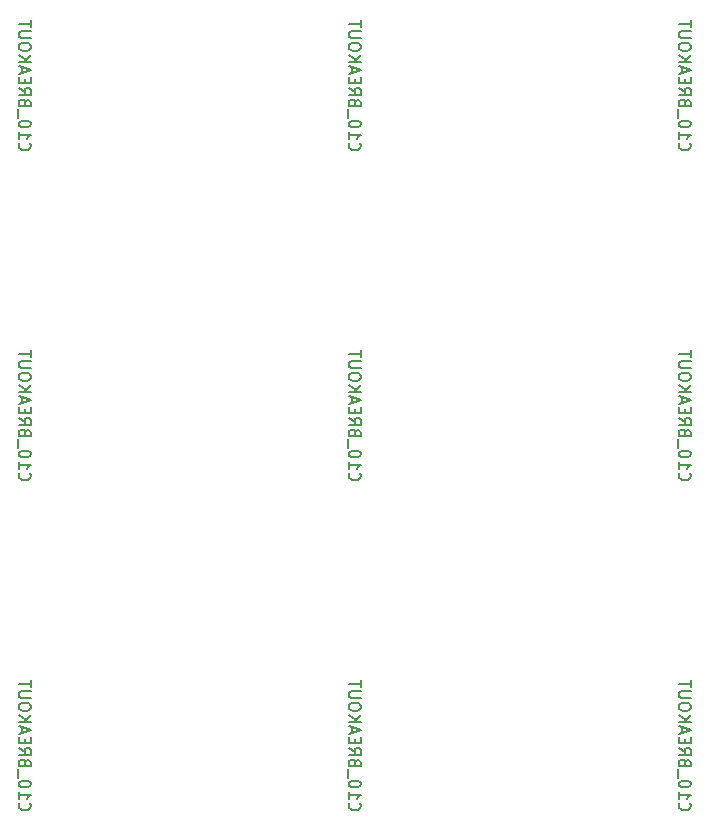
<source format=gbr>
G04 #@! TF.GenerationSoftware,KiCad,Pcbnew,5.1.5-52549c5~86~ubuntu18.04.1*
G04 #@! TF.CreationDate,2020-10-13T14:08:53-05:00*
G04 #@! TF.ProjectId,,58585858-5858-4585-9858-585858585858,rev?*
G04 #@! TF.SameCoordinates,Original*
G04 #@! TF.FileFunction,Legend,Bot*
G04 #@! TF.FilePolarity,Positive*
%FSLAX46Y46*%
G04 Gerber Fmt 4.6, Leading zero omitted, Abs format (unit mm)*
G04 Created by KiCad (PCBNEW 5.1.5-52549c5~86~ubuntu18.04.1) date 2020-10-13 14:08:53*
%MOMM*%
%LPD*%
G04 APERTURE LIST*
%ADD10C,0.150000*%
G04 APERTURE END LIST*
D10*
X139901657Y-132468333D02*
X139854038Y-132515952D01*
X139806419Y-132658809D01*
X139806419Y-132754047D01*
X139854038Y-132896904D01*
X139949276Y-132992142D01*
X140044514Y-133039761D01*
X140234990Y-133087380D01*
X140377847Y-133087380D01*
X140568323Y-133039761D01*
X140663561Y-132992142D01*
X140758800Y-132896904D01*
X140806419Y-132754047D01*
X140806419Y-132658809D01*
X140758800Y-132515952D01*
X140711180Y-132468333D01*
X139806419Y-131515952D02*
X139806419Y-132087380D01*
X139806419Y-131801666D02*
X140806419Y-131801666D01*
X140663561Y-131896904D01*
X140568323Y-131992142D01*
X140520704Y-132087380D01*
X140806419Y-130896904D02*
X140806419Y-130801666D01*
X140758800Y-130706428D01*
X140711180Y-130658809D01*
X140615942Y-130611190D01*
X140425466Y-130563571D01*
X140187371Y-130563571D01*
X139996895Y-130611190D01*
X139901657Y-130658809D01*
X139854038Y-130706428D01*
X139806419Y-130801666D01*
X139806419Y-130896904D01*
X139854038Y-130992142D01*
X139901657Y-131039761D01*
X139996895Y-131087380D01*
X140187371Y-131135000D01*
X140425466Y-131135000D01*
X140615942Y-131087380D01*
X140711180Y-131039761D01*
X140758800Y-130992142D01*
X140806419Y-130896904D01*
X139711180Y-130373095D02*
X139711180Y-129611190D01*
X140330228Y-129039761D02*
X140282609Y-128896904D01*
X140234990Y-128849285D01*
X140139752Y-128801666D01*
X139996895Y-128801666D01*
X139901657Y-128849285D01*
X139854038Y-128896904D01*
X139806419Y-128992142D01*
X139806419Y-129373095D01*
X140806419Y-129373095D01*
X140806419Y-129039761D01*
X140758800Y-128944523D01*
X140711180Y-128896904D01*
X140615942Y-128849285D01*
X140520704Y-128849285D01*
X140425466Y-128896904D01*
X140377847Y-128944523D01*
X140330228Y-129039761D01*
X140330228Y-129373095D01*
X139806419Y-127801666D02*
X140282609Y-128135000D01*
X139806419Y-128373095D02*
X140806419Y-128373095D01*
X140806419Y-127992142D01*
X140758800Y-127896904D01*
X140711180Y-127849285D01*
X140615942Y-127801666D01*
X140473085Y-127801666D01*
X140377847Y-127849285D01*
X140330228Y-127896904D01*
X140282609Y-127992142D01*
X140282609Y-128373095D01*
X140330228Y-127373095D02*
X140330228Y-127039761D01*
X139806419Y-126896904D02*
X139806419Y-127373095D01*
X140806419Y-127373095D01*
X140806419Y-126896904D01*
X140092133Y-126515952D02*
X140092133Y-126039761D01*
X139806419Y-126611190D02*
X140806419Y-126277857D01*
X139806419Y-125944523D01*
X139806419Y-125611190D02*
X140806419Y-125611190D01*
X139806419Y-125039761D02*
X140377847Y-125468333D01*
X140806419Y-125039761D02*
X140234990Y-125611190D01*
X140806419Y-124420714D02*
X140806419Y-124230238D01*
X140758800Y-124135000D01*
X140663561Y-124039761D01*
X140473085Y-123992142D01*
X140139752Y-123992142D01*
X139949276Y-124039761D01*
X139854038Y-124135000D01*
X139806419Y-124230238D01*
X139806419Y-124420714D01*
X139854038Y-124515952D01*
X139949276Y-124611190D01*
X140139752Y-124658809D01*
X140473085Y-124658809D01*
X140663561Y-124611190D01*
X140758800Y-124515952D01*
X140806419Y-124420714D01*
X140806419Y-123563571D02*
X139996895Y-123563571D01*
X139901657Y-123515952D01*
X139854038Y-123468333D01*
X139806419Y-123373095D01*
X139806419Y-123182619D01*
X139854038Y-123087380D01*
X139901657Y-123039761D01*
X139996895Y-122992142D01*
X140806419Y-122992142D01*
X140806419Y-122658809D02*
X140806419Y-122087380D01*
X139806419Y-122373095D02*
X140806419Y-122373095D01*
X111961657Y-132468333D02*
X111914038Y-132515952D01*
X111866419Y-132658809D01*
X111866419Y-132754047D01*
X111914038Y-132896904D01*
X112009276Y-132992142D01*
X112104514Y-133039761D01*
X112294990Y-133087380D01*
X112437847Y-133087380D01*
X112628323Y-133039761D01*
X112723561Y-132992142D01*
X112818800Y-132896904D01*
X112866419Y-132754047D01*
X112866419Y-132658809D01*
X112818800Y-132515952D01*
X112771180Y-132468333D01*
X111866419Y-131515952D02*
X111866419Y-132087380D01*
X111866419Y-131801666D02*
X112866419Y-131801666D01*
X112723561Y-131896904D01*
X112628323Y-131992142D01*
X112580704Y-132087380D01*
X112866419Y-130896904D02*
X112866419Y-130801666D01*
X112818800Y-130706428D01*
X112771180Y-130658809D01*
X112675942Y-130611190D01*
X112485466Y-130563571D01*
X112247371Y-130563571D01*
X112056895Y-130611190D01*
X111961657Y-130658809D01*
X111914038Y-130706428D01*
X111866419Y-130801666D01*
X111866419Y-130896904D01*
X111914038Y-130992142D01*
X111961657Y-131039761D01*
X112056895Y-131087380D01*
X112247371Y-131135000D01*
X112485466Y-131135000D01*
X112675942Y-131087380D01*
X112771180Y-131039761D01*
X112818800Y-130992142D01*
X112866419Y-130896904D01*
X111771180Y-130373095D02*
X111771180Y-129611190D01*
X112390228Y-129039761D02*
X112342609Y-128896904D01*
X112294990Y-128849285D01*
X112199752Y-128801666D01*
X112056895Y-128801666D01*
X111961657Y-128849285D01*
X111914038Y-128896904D01*
X111866419Y-128992142D01*
X111866419Y-129373095D01*
X112866419Y-129373095D01*
X112866419Y-129039761D01*
X112818800Y-128944523D01*
X112771180Y-128896904D01*
X112675942Y-128849285D01*
X112580704Y-128849285D01*
X112485466Y-128896904D01*
X112437847Y-128944523D01*
X112390228Y-129039761D01*
X112390228Y-129373095D01*
X111866419Y-127801666D02*
X112342609Y-128135000D01*
X111866419Y-128373095D02*
X112866419Y-128373095D01*
X112866419Y-127992142D01*
X112818800Y-127896904D01*
X112771180Y-127849285D01*
X112675942Y-127801666D01*
X112533085Y-127801666D01*
X112437847Y-127849285D01*
X112390228Y-127896904D01*
X112342609Y-127992142D01*
X112342609Y-128373095D01*
X112390228Y-127373095D02*
X112390228Y-127039761D01*
X111866419Y-126896904D02*
X111866419Y-127373095D01*
X112866419Y-127373095D01*
X112866419Y-126896904D01*
X112152133Y-126515952D02*
X112152133Y-126039761D01*
X111866419Y-126611190D02*
X112866419Y-126277857D01*
X111866419Y-125944523D01*
X111866419Y-125611190D02*
X112866419Y-125611190D01*
X111866419Y-125039761D02*
X112437847Y-125468333D01*
X112866419Y-125039761D02*
X112294990Y-125611190D01*
X112866419Y-124420714D02*
X112866419Y-124230238D01*
X112818800Y-124135000D01*
X112723561Y-124039761D01*
X112533085Y-123992142D01*
X112199752Y-123992142D01*
X112009276Y-124039761D01*
X111914038Y-124135000D01*
X111866419Y-124230238D01*
X111866419Y-124420714D01*
X111914038Y-124515952D01*
X112009276Y-124611190D01*
X112199752Y-124658809D01*
X112533085Y-124658809D01*
X112723561Y-124611190D01*
X112818800Y-124515952D01*
X112866419Y-124420714D01*
X112866419Y-123563571D02*
X112056895Y-123563571D01*
X111961657Y-123515952D01*
X111914038Y-123468333D01*
X111866419Y-123373095D01*
X111866419Y-123182619D01*
X111914038Y-123087380D01*
X111961657Y-123039761D01*
X112056895Y-122992142D01*
X112866419Y-122992142D01*
X112866419Y-122658809D02*
X112866419Y-122087380D01*
X111866419Y-122373095D02*
X112866419Y-122373095D01*
X84021657Y-132468333D02*
X83974038Y-132515952D01*
X83926419Y-132658809D01*
X83926419Y-132754047D01*
X83974038Y-132896904D01*
X84069276Y-132992142D01*
X84164514Y-133039761D01*
X84354990Y-133087380D01*
X84497847Y-133087380D01*
X84688323Y-133039761D01*
X84783561Y-132992142D01*
X84878800Y-132896904D01*
X84926419Y-132754047D01*
X84926419Y-132658809D01*
X84878800Y-132515952D01*
X84831180Y-132468333D01*
X83926419Y-131515952D02*
X83926419Y-132087380D01*
X83926419Y-131801666D02*
X84926419Y-131801666D01*
X84783561Y-131896904D01*
X84688323Y-131992142D01*
X84640704Y-132087380D01*
X84926419Y-130896904D02*
X84926419Y-130801666D01*
X84878800Y-130706428D01*
X84831180Y-130658809D01*
X84735942Y-130611190D01*
X84545466Y-130563571D01*
X84307371Y-130563571D01*
X84116895Y-130611190D01*
X84021657Y-130658809D01*
X83974038Y-130706428D01*
X83926419Y-130801666D01*
X83926419Y-130896904D01*
X83974038Y-130992142D01*
X84021657Y-131039761D01*
X84116895Y-131087380D01*
X84307371Y-131135000D01*
X84545466Y-131135000D01*
X84735942Y-131087380D01*
X84831180Y-131039761D01*
X84878800Y-130992142D01*
X84926419Y-130896904D01*
X83831180Y-130373095D02*
X83831180Y-129611190D01*
X84450228Y-129039761D02*
X84402609Y-128896904D01*
X84354990Y-128849285D01*
X84259752Y-128801666D01*
X84116895Y-128801666D01*
X84021657Y-128849285D01*
X83974038Y-128896904D01*
X83926419Y-128992142D01*
X83926419Y-129373095D01*
X84926419Y-129373095D01*
X84926419Y-129039761D01*
X84878800Y-128944523D01*
X84831180Y-128896904D01*
X84735942Y-128849285D01*
X84640704Y-128849285D01*
X84545466Y-128896904D01*
X84497847Y-128944523D01*
X84450228Y-129039761D01*
X84450228Y-129373095D01*
X83926419Y-127801666D02*
X84402609Y-128135000D01*
X83926419Y-128373095D02*
X84926419Y-128373095D01*
X84926419Y-127992142D01*
X84878800Y-127896904D01*
X84831180Y-127849285D01*
X84735942Y-127801666D01*
X84593085Y-127801666D01*
X84497847Y-127849285D01*
X84450228Y-127896904D01*
X84402609Y-127992142D01*
X84402609Y-128373095D01*
X84450228Y-127373095D02*
X84450228Y-127039761D01*
X83926419Y-126896904D02*
X83926419Y-127373095D01*
X84926419Y-127373095D01*
X84926419Y-126896904D01*
X84212133Y-126515952D02*
X84212133Y-126039761D01*
X83926419Y-126611190D02*
X84926419Y-126277857D01*
X83926419Y-125944523D01*
X83926419Y-125611190D02*
X84926419Y-125611190D01*
X83926419Y-125039761D02*
X84497847Y-125468333D01*
X84926419Y-125039761D02*
X84354990Y-125611190D01*
X84926419Y-124420714D02*
X84926419Y-124230238D01*
X84878800Y-124135000D01*
X84783561Y-124039761D01*
X84593085Y-123992142D01*
X84259752Y-123992142D01*
X84069276Y-124039761D01*
X83974038Y-124135000D01*
X83926419Y-124230238D01*
X83926419Y-124420714D01*
X83974038Y-124515952D01*
X84069276Y-124611190D01*
X84259752Y-124658809D01*
X84593085Y-124658809D01*
X84783561Y-124611190D01*
X84878800Y-124515952D01*
X84926419Y-124420714D01*
X84926419Y-123563571D02*
X84116895Y-123563571D01*
X84021657Y-123515952D01*
X83974038Y-123468333D01*
X83926419Y-123373095D01*
X83926419Y-123182619D01*
X83974038Y-123087380D01*
X84021657Y-123039761D01*
X84116895Y-122992142D01*
X84926419Y-122992142D01*
X84926419Y-122658809D02*
X84926419Y-122087380D01*
X83926419Y-122373095D02*
X84926419Y-122373095D01*
X139901657Y-104528333D02*
X139854038Y-104575952D01*
X139806419Y-104718809D01*
X139806419Y-104814047D01*
X139854038Y-104956904D01*
X139949276Y-105052142D01*
X140044514Y-105099761D01*
X140234990Y-105147380D01*
X140377847Y-105147380D01*
X140568323Y-105099761D01*
X140663561Y-105052142D01*
X140758800Y-104956904D01*
X140806419Y-104814047D01*
X140806419Y-104718809D01*
X140758800Y-104575952D01*
X140711180Y-104528333D01*
X139806419Y-103575952D02*
X139806419Y-104147380D01*
X139806419Y-103861666D02*
X140806419Y-103861666D01*
X140663561Y-103956904D01*
X140568323Y-104052142D01*
X140520704Y-104147380D01*
X140806419Y-102956904D02*
X140806419Y-102861666D01*
X140758800Y-102766428D01*
X140711180Y-102718809D01*
X140615942Y-102671190D01*
X140425466Y-102623571D01*
X140187371Y-102623571D01*
X139996895Y-102671190D01*
X139901657Y-102718809D01*
X139854038Y-102766428D01*
X139806419Y-102861666D01*
X139806419Y-102956904D01*
X139854038Y-103052142D01*
X139901657Y-103099761D01*
X139996895Y-103147380D01*
X140187371Y-103195000D01*
X140425466Y-103195000D01*
X140615942Y-103147380D01*
X140711180Y-103099761D01*
X140758800Y-103052142D01*
X140806419Y-102956904D01*
X139711180Y-102433095D02*
X139711180Y-101671190D01*
X140330228Y-101099761D02*
X140282609Y-100956904D01*
X140234990Y-100909285D01*
X140139752Y-100861666D01*
X139996895Y-100861666D01*
X139901657Y-100909285D01*
X139854038Y-100956904D01*
X139806419Y-101052142D01*
X139806419Y-101433095D01*
X140806419Y-101433095D01*
X140806419Y-101099761D01*
X140758800Y-101004523D01*
X140711180Y-100956904D01*
X140615942Y-100909285D01*
X140520704Y-100909285D01*
X140425466Y-100956904D01*
X140377847Y-101004523D01*
X140330228Y-101099761D01*
X140330228Y-101433095D01*
X139806419Y-99861666D02*
X140282609Y-100195000D01*
X139806419Y-100433095D02*
X140806419Y-100433095D01*
X140806419Y-100052142D01*
X140758800Y-99956904D01*
X140711180Y-99909285D01*
X140615942Y-99861666D01*
X140473085Y-99861666D01*
X140377847Y-99909285D01*
X140330228Y-99956904D01*
X140282609Y-100052142D01*
X140282609Y-100433095D01*
X140330228Y-99433095D02*
X140330228Y-99099761D01*
X139806419Y-98956904D02*
X139806419Y-99433095D01*
X140806419Y-99433095D01*
X140806419Y-98956904D01*
X140092133Y-98575952D02*
X140092133Y-98099761D01*
X139806419Y-98671190D02*
X140806419Y-98337857D01*
X139806419Y-98004523D01*
X139806419Y-97671190D02*
X140806419Y-97671190D01*
X139806419Y-97099761D02*
X140377847Y-97528333D01*
X140806419Y-97099761D02*
X140234990Y-97671190D01*
X140806419Y-96480714D02*
X140806419Y-96290238D01*
X140758800Y-96195000D01*
X140663561Y-96099761D01*
X140473085Y-96052142D01*
X140139752Y-96052142D01*
X139949276Y-96099761D01*
X139854038Y-96195000D01*
X139806419Y-96290238D01*
X139806419Y-96480714D01*
X139854038Y-96575952D01*
X139949276Y-96671190D01*
X140139752Y-96718809D01*
X140473085Y-96718809D01*
X140663561Y-96671190D01*
X140758800Y-96575952D01*
X140806419Y-96480714D01*
X140806419Y-95623571D02*
X139996895Y-95623571D01*
X139901657Y-95575952D01*
X139854038Y-95528333D01*
X139806419Y-95433095D01*
X139806419Y-95242619D01*
X139854038Y-95147380D01*
X139901657Y-95099761D01*
X139996895Y-95052142D01*
X140806419Y-95052142D01*
X140806419Y-94718809D02*
X140806419Y-94147380D01*
X139806419Y-94433095D02*
X140806419Y-94433095D01*
X111961657Y-104528333D02*
X111914038Y-104575952D01*
X111866419Y-104718809D01*
X111866419Y-104814047D01*
X111914038Y-104956904D01*
X112009276Y-105052142D01*
X112104514Y-105099761D01*
X112294990Y-105147380D01*
X112437847Y-105147380D01*
X112628323Y-105099761D01*
X112723561Y-105052142D01*
X112818800Y-104956904D01*
X112866419Y-104814047D01*
X112866419Y-104718809D01*
X112818800Y-104575952D01*
X112771180Y-104528333D01*
X111866419Y-103575952D02*
X111866419Y-104147380D01*
X111866419Y-103861666D02*
X112866419Y-103861666D01*
X112723561Y-103956904D01*
X112628323Y-104052142D01*
X112580704Y-104147380D01*
X112866419Y-102956904D02*
X112866419Y-102861666D01*
X112818800Y-102766428D01*
X112771180Y-102718809D01*
X112675942Y-102671190D01*
X112485466Y-102623571D01*
X112247371Y-102623571D01*
X112056895Y-102671190D01*
X111961657Y-102718809D01*
X111914038Y-102766428D01*
X111866419Y-102861666D01*
X111866419Y-102956904D01*
X111914038Y-103052142D01*
X111961657Y-103099761D01*
X112056895Y-103147380D01*
X112247371Y-103195000D01*
X112485466Y-103195000D01*
X112675942Y-103147380D01*
X112771180Y-103099761D01*
X112818800Y-103052142D01*
X112866419Y-102956904D01*
X111771180Y-102433095D02*
X111771180Y-101671190D01*
X112390228Y-101099761D02*
X112342609Y-100956904D01*
X112294990Y-100909285D01*
X112199752Y-100861666D01*
X112056895Y-100861666D01*
X111961657Y-100909285D01*
X111914038Y-100956904D01*
X111866419Y-101052142D01*
X111866419Y-101433095D01*
X112866419Y-101433095D01*
X112866419Y-101099761D01*
X112818800Y-101004523D01*
X112771180Y-100956904D01*
X112675942Y-100909285D01*
X112580704Y-100909285D01*
X112485466Y-100956904D01*
X112437847Y-101004523D01*
X112390228Y-101099761D01*
X112390228Y-101433095D01*
X111866419Y-99861666D02*
X112342609Y-100195000D01*
X111866419Y-100433095D02*
X112866419Y-100433095D01*
X112866419Y-100052142D01*
X112818800Y-99956904D01*
X112771180Y-99909285D01*
X112675942Y-99861666D01*
X112533085Y-99861666D01*
X112437847Y-99909285D01*
X112390228Y-99956904D01*
X112342609Y-100052142D01*
X112342609Y-100433095D01*
X112390228Y-99433095D02*
X112390228Y-99099761D01*
X111866419Y-98956904D02*
X111866419Y-99433095D01*
X112866419Y-99433095D01*
X112866419Y-98956904D01*
X112152133Y-98575952D02*
X112152133Y-98099761D01*
X111866419Y-98671190D02*
X112866419Y-98337857D01*
X111866419Y-98004523D01*
X111866419Y-97671190D02*
X112866419Y-97671190D01*
X111866419Y-97099761D02*
X112437847Y-97528333D01*
X112866419Y-97099761D02*
X112294990Y-97671190D01*
X112866419Y-96480714D02*
X112866419Y-96290238D01*
X112818800Y-96195000D01*
X112723561Y-96099761D01*
X112533085Y-96052142D01*
X112199752Y-96052142D01*
X112009276Y-96099761D01*
X111914038Y-96195000D01*
X111866419Y-96290238D01*
X111866419Y-96480714D01*
X111914038Y-96575952D01*
X112009276Y-96671190D01*
X112199752Y-96718809D01*
X112533085Y-96718809D01*
X112723561Y-96671190D01*
X112818800Y-96575952D01*
X112866419Y-96480714D01*
X112866419Y-95623571D02*
X112056895Y-95623571D01*
X111961657Y-95575952D01*
X111914038Y-95528333D01*
X111866419Y-95433095D01*
X111866419Y-95242619D01*
X111914038Y-95147380D01*
X111961657Y-95099761D01*
X112056895Y-95052142D01*
X112866419Y-95052142D01*
X112866419Y-94718809D02*
X112866419Y-94147380D01*
X111866419Y-94433095D02*
X112866419Y-94433095D01*
X84021657Y-104528333D02*
X83974038Y-104575952D01*
X83926419Y-104718809D01*
X83926419Y-104814047D01*
X83974038Y-104956904D01*
X84069276Y-105052142D01*
X84164514Y-105099761D01*
X84354990Y-105147380D01*
X84497847Y-105147380D01*
X84688323Y-105099761D01*
X84783561Y-105052142D01*
X84878800Y-104956904D01*
X84926419Y-104814047D01*
X84926419Y-104718809D01*
X84878800Y-104575952D01*
X84831180Y-104528333D01*
X83926419Y-103575952D02*
X83926419Y-104147380D01*
X83926419Y-103861666D02*
X84926419Y-103861666D01*
X84783561Y-103956904D01*
X84688323Y-104052142D01*
X84640704Y-104147380D01*
X84926419Y-102956904D02*
X84926419Y-102861666D01*
X84878800Y-102766428D01*
X84831180Y-102718809D01*
X84735942Y-102671190D01*
X84545466Y-102623571D01*
X84307371Y-102623571D01*
X84116895Y-102671190D01*
X84021657Y-102718809D01*
X83974038Y-102766428D01*
X83926419Y-102861666D01*
X83926419Y-102956904D01*
X83974038Y-103052142D01*
X84021657Y-103099761D01*
X84116895Y-103147380D01*
X84307371Y-103195000D01*
X84545466Y-103195000D01*
X84735942Y-103147380D01*
X84831180Y-103099761D01*
X84878800Y-103052142D01*
X84926419Y-102956904D01*
X83831180Y-102433095D02*
X83831180Y-101671190D01*
X84450228Y-101099761D02*
X84402609Y-100956904D01*
X84354990Y-100909285D01*
X84259752Y-100861666D01*
X84116895Y-100861666D01*
X84021657Y-100909285D01*
X83974038Y-100956904D01*
X83926419Y-101052142D01*
X83926419Y-101433095D01*
X84926419Y-101433095D01*
X84926419Y-101099761D01*
X84878800Y-101004523D01*
X84831180Y-100956904D01*
X84735942Y-100909285D01*
X84640704Y-100909285D01*
X84545466Y-100956904D01*
X84497847Y-101004523D01*
X84450228Y-101099761D01*
X84450228Y-101433095D01*
X83926419Y-99861666D02*
X84402609Y-100195000D01*
X83926419Y-100433095D02*
X84926419Y-100433095D01*
X84926419Y-100052142D01*
X84878800Y-99956904D01*
X84831180Y-99909285D01*
X84735942Y-99861666D01*
X84593085Y-99861666D01*
X84497847Y-99909285D01*
X84450228Y-99956904D01*
X84402609Y-100052142D01*
X84402609Y-100433095D01*
X84450228Y-99433095D02*
X84450228Y-99099761D01*
X83926419Y-98956904D02*
X83926419Y-99433095D01*
X84926419Y-99433095D01*
X84926419Y-98956904D01*
X84212133Y-98575952D02*
X84212133Y-98099761D01*
X83926419Y-98671190D02*
X84926419Y-98337857D01*
X83926419Y-98004523D01*
X83926419Y-97671190D02*
X84926419Y-97671190D01*
X83926419Y-97099761D02*
X84497847Y-97528333D01*
X84926419Y-97099761D02*
X84354990Y-97671190D01*
X84926419Y-96480714D02*
X84926419Y-96290238D01*
X84878800Y-96195000D01*
X84783561Y-96099761D01*
X84593085Y-96052142D01*
X84259752Y-96052142D01*
X84069276Y-96099761D01*
X83974038Y-96195000D01*
X83926419Y-96290238D01*
X83926419Y-96480714D01*
X83974038Y-96575952D01*
X84069276Y-96671190D01*
X84259752Y-96718809D01*
X84593085Y-96718809D01*
X84783561Y-96671190D01*
X84878800Y-96575952D01*
X84926419Y-96480714D01*
X84926419Y-95623571D02*
X84116895Y-95623571D01*
X84021657Y-95575952D01*
X83974038Y-95528333D01*
X83926419Y-95433095D01*
X83926419Y-95242619D01*
X83974038Y-95147380D01*
X84021657Y-95099761D01*
X84116895Y-95052142D01*
X84926419Y-95052142D01*
X84926419Y-94718809D02*
X84926419Y-94147380D01*
X83926419Y-94433095D02*
X84926419Y-94433095D01*
X139901657Y-76588333D02*
X139854038Y-76635952D01*
X139806419Y-76778809D01*
X139806419Y-76874047D01*
X139854038Y-77016904D01*
X139949276Y-77112142D01*
X140044514Y-77159761D01*
X140234990Y-77207380D01*
X140377847Y-77207380D01*
X140568323Y-77159761D01*
X140663561Y-77112142D01*
X140758800Y-77016904D01*
X140806419Y-76874047D01*
X140806419Y-76778809D01*
X140758800Y-76635952D01*
X140711180Y-76588333D01*
X139806419Y-75635952D02*
X139806419Y-76207380D01*
X139806419Y-75921666D02*
X140806419Y-75921666D01*
X140663561Y-76016904D01*
X140568323Y-76112142D01*
X140520704Y-76207380D01*
X140806419Y-75016904D02*
X140806419Y-74921666D01*
X140758800Y-74826428D01*
X140711180Y-74778809D01*
X140615942Y-74731190D01*
X140425466Y-74683571D01*
X140187371Y-74683571D01*
X139996895Y-74731190D01*
X139901657Y-74778809D01*
X139854038Y-74826428D01*
X139806419Y-74921666D01*
X139806419Y-75016904D01*
X139854038Y-75112142D01*
X139901657Y-75159761D01*
X139996895Y-75207380D01*
X140187371Y-75255000D01*
X140425466Y-75255000D01*
X140615942Y-75207380D01*
X140711180Y-75159761D01*
X140758800Y-75112142D01*
X140806419Y-75016904D01*
X139711180Y-74493095D02*
X139711180Y-73731190D01*
X140330228Y-73159761D02*
X140282609Y-73016904D01*
X140234990Y-72969285D01*
X140139752Y-72921666D01*
X139996895Y-72921666D01*
X139901657Y-72969285D01*
X139854038Y-73016904D01*
X139806419Y-73112142D01*
X139806419Y-73493095D01*
X140806419Y-73493095D01*
X140806419Y-73159761D01*
X140758800Y-73064523D01*
X140711180Y-73016904D01*
X140615942Y-72969285D01*
X140520704Y-72969285D01*
X140425466Y-73016904D01*
X140377847Y-73064523D01*
X140330228Y-73159761D01*
X140330228Y-73493095D01*
X139806419Y-71921666D02*
X140282609Y-72255000D01*
X139806419Y-72493095D02*
X140806419Y-72493095D01*
X140806419Y-72112142D01*
X140758800Y-72016904D01*
X140711180Y-71969285D01*
X140615942Y-71921666D01*
X140473085Y-71921666D01*
X140377847Y-71969285D01*
X140330228Y-72016904D01*
X140282609Y-72112142D01*
X140282609Y-72493095D01*
X140330228Y-71493095D02*
X140330228Y-71159761D01*
X139806419Y-71016904D02*
X139806419Y-71493095D01*
X140806419Y-71493095D01*
X140806419Y-71016904D01*
X140092133Y-70635952D02*
X140092133Y-70159761D01*
X139806419Y-70731190D02*
X140806419Y-70397857D01*
X139806419Y-70064523D01*
X139806419Y-69731190D02*
X140806419Y-69731190D01*
X139806419Y-69159761D02*
X140377847Y-69588333D01*
X140806419Y-69159761D02*
X140234990Y-69731190D01*
X140806419Y-68540714D02*
X140806419Y-68350238D01*
X140758800Y-68255000D01*
X140663561Y-68159761D01*
X140473085Y-68112142D01*
X140139752Y-68112142D01*
X139949276Y-68159761D01*
X139854038Y-68255000D01*
X139806419Y-68350238D01*
X139806419Y-68540714D01*
X139854038Y-68635952D01*
X139949276Y-68731190D01*
X140139752Y-68778809D01*
X140473085Y-68778809D01*
X140663561Y-68731190D01*
X140758800Y-68635952D01*
X140806419Y-68540714D01*
X140806419Y-67683571D02*
X139996895Y-67683571D01*
X139901657Y-67635952D01*
X139854038Y-67588333D01*
X139806419Y-67493095D01*
X139806419Y-67302619D01*
X139854038Y-67207380D01*
X139901657Y-67159761D01*
X139996895Y-67112142D01*
X140806419Y-67112142D01*
X140806419Y-66778809D02*
X140806419Y-66207380D01*
X139806419Y-66493095D02*
X140806419Y-66493095D01*
X111961657Y-76588333D02*
X111914038Y-76635952D01*
X111866419Y-76778809D01*
X111866419Y-76874047D01*
X111914038Y-77016904D01*
X112009276Y-77112142D01*
X112104514Y-77159761D01*
X112294990Y-77207380D01*
X112437847Y-77207380D01*
X112628323Y-77159761D01*
X112723561Y-77112142D01*
X112818800Y-77016904D01*
X112866419Y-76874047D01*
X112866419Y-76778809D01*
X112818800Y-76635952D01*
X112771180Y-76588333D01*
X111866419Y-75635952D02*
X111866419Y-76207380D01*
X111866419Y-75921666D02*
X112866419Y-75921666D01*
X112723561Y-76016904D01*
X112628323Y-76112142D01*
X112580704Y-76207380D01*
X112866419Y-75016904D02*
X112866419Y-74921666D01*
X112818800Y-74826428D01*
X112771180Y-74778809D01*
X112675942Y-74731190D01*
X112485466Y-74683571D01*
X112247371Y-74683571D01*
X112056895Y-74731190D01*
X111961657Y-74778809D01*
X111914038Y-74826428D01*
X111866419Y-74921666D01*
X111866419Y-75016904D01*
X111914038Y-75112142D01*
X111961657Y-75159761D01*
X112056895Y-75207380D01*
X112247371Y-75255000D01*
X112485466Y-75255000D01*
X112675942Y-75207380D01*
X112771180Y-75159761D01*
X112818800Y-75112142D01*
X112866419Y-75016904D01*
X111771180Y-74493095D02*
X111771180Y-73731190D01*
X112390228Y-73159761D02*
X112342609Y-73016904D01*
X112294990Y-72969285D01*
X112199752Y-72921666D01*
X112056895Y-72921666D01*
X111961657Y-72969285D01*
X111914038Y-73016904D01*
X111866419Y-73112142D01*
X111866419Y-73493095D01*
X112866419Y-73493095D01*
X112866419Y-73159761D01*
X112818800Y-73064523D01*
X112771180Y-73016904D01*
X112675942Y-72969285D01*
X112580704Y-72969285D01*
X112485466Y-73016904D01*
X112437847Y-73064523D01*
X112390228Y-73159761D01*
X112390228Y-73493095D01*
X111866419Y-71921666D02*
X112342609Y-72255000D01*
X111866419Y-72493095D02*
X112866419Y-72493095D01*
X112866419Y-72112142D01*
X112818800Y-72016904D01*
X112771180Y-71969285D01*
X112675942Y-71921666D01*
X112533085Y-71921666D01*
X112437847Y-71969285D01*
X112390228Y-72016904D01*
X112342609Y-72112142D01*
X112342609Y-72493095D01*
X112390228Y-71493095D02*
X112390228Y-71159761D01*
X111866419Y-71016904D02*
X111866419Y-71493095D01*
X112866419Y-71493095D01*
X112866419Y-71016904D01*
X112152133Y-70635952D02*
X112152133Y-70159761D01*
X111866419Y-70731190D02*
X112866419Y-70397857D01*
X111866419Y-70064523D01*
X111866419Y-69731190D02*
X112866419Y-69731190D01*
X111866419Y-69159761D02*
X112437847Y-69588333D01*
X112866419Y-69159761D02*
X112294990Y-69731190D01*
X112866419Y-68540714D02*
X112866419Y-68350238D01*
X112818800Y-68255000D01*
X112723561Y-68159761D01*
X112533085Y-68112142D01*
X112199752Y-68112142D01*
X112009276Y-68159761D01*
X111914038Y-68255000D01*
X111866419Y-68350238D01*
X111866419Y-68540714D01*
X111914038Y-68635952D01*
X112009276Y-68731190D01*
X112199752Y-68778809D01*
X112533085Y-68778809D01*
X112723561Y-68731190D01*
X112818800Y-68635952D01*
X112866419Y-68540714D01*
X112866419Y-67683571D02*
X112056895Y-67683571D01*
X111961657Y-67635952D01*
X111914038Y-67588333D01*
X111866419Y-67493095D01*
X111866419Y-67302619D01*
X111914038Y-67207380D01*
X111961657Y-67159761D01*
X112056895Y-67112142D01*
X112866419Y-67112142D01*
X112866419Y-66778809D02*
X112866419Y-66207380D01*
X111866419Y-66493095D02*
X112866419Y-66493095D01*
X84021657Y-76588333D02*
X83974038Y-76635952D01*
X83926419Y-76778809D01*
X83926419Y-76874047D01*
X83974038Y-77016904D01*
X84069276Y-77112142D01*
X84164514Y-77159761D01*
X84354990Y-77207380D01*
X84497847Y-77207380D01*
X84688323Y-77159761D01*
X84783561Y-77112142D01*
X84878800Y-77016904D01*
X84926419Y-76874047D01*
X84926419Y-76778809D01*
X84878800Y-76635952D01*
X84831180Y-76588333D01*
X83926419Y-75635952D02*
X83926419Y-76207380D01*
X83926419Y-75921666D02*
X84926419Y-75921666D01*
X84783561Y-76016904D01*
X84688323Y-76112142D01*
X84640704Y-76207380D01*
X84926419Y-75016904D02*
X84926419Y-74921666D01*
X84878800Y-74826428D01*
X84831180Y-74778809D01*
X84735942Y-74731190D01*
X84545466Y-74683571D01*
X84307371Y-74683571D01*
X84116895Y-74731190D01*
X84021657Y-74778809D01*
X83974038Y-74826428D01*
X83926419Y-74921666D01*
X83926419Y-75016904D01*
X83974038Y-75112142D01*
X84021657Y-75159761D01*
X84116895Y-75207380D01*
X84307371Y-75255000D01*
X84545466Y-75255000D01*
X84735942Y-75207380D01*
X84831180Y-75159761D01*
X84878800Y-75112142D01*
X84926419Y-75016904D01*
X83831180Y-74493095D02*
X83831180Y-73731190D01*
X84450228Y-73159761D02*
X84402609Y-73016904D01*
X84354990Y-72969285D01*
X84259752Y-72921666D01*
X84116895Y-72921666D01*
X84021657Y-72969285D01*
X83974038Y-73016904D01*
X83926419Y-73112142D01*
X83926419Y-73493095D01*
X84926419Y-73493095D01*
X84926419Y-73159761D01*
X84878800Y-73064523D01*
X84831180Y-73016904D01*
X84735942Y-72969285D01*
X84640704Y-72969285D01*
X84545466Y-73016904D01*
X84497847Y-73064523D01*
X84450228Y-73159761D01*
X84450228Y-73493095D01*
X83926419Y-71921666D02*
X84402609Y-72255000D01*
X83926419Y-72493095D02*
X84926419Y-72493095D01*
X84926419Y-72112142D01*
X84878800Y-72016904D01*
X84831180Y-71969285D01*
X84735942Y-71921666D01*
X84593085Y-71921666D01*
X84497847Y-71969285D01*
X84450228Y-72016904D01*
X84402609Y-72112142D01*
X84402609Y-72493095D01*
X84450228Y-71493095D02*
X84450228Y-71159761D01*
X83926419Y-71016904D02*
X83926419Y-71493095D01*
X84926419Y-71493095D01*
X84926419Y-71016904D01*
X84212133Y-70635952D02*
X84212133Y-70159761D01*
X83926419Y-70731190D02*
X84926419Y-70397857D01*
X83926419Y-70064523D01*
X83926419Y-69731190D02*
X84926419Y-69731190D01*
X83926419Y-69159761D02*
X84497847Y-69588333D01*
X84926419Y-69159761D02*
X84354990Y-69731190D01*
X84926419Y-68540714D02*
X84926419Y-68350238D01*
X84878800Y-68255000D01*
X84783561Y-68159761D01*
X84593085Y-68112142D01*
X84259752Y-68112142D01*
X84069276Y-68159761D01*
X83974038Y-68255000D01*
X83926419Y-68350238D01*
X83926419Y-68540714D01*
X83974038Y-68635952D01*
X84069276Y-68731190D01*
X84259752Y-68778809D01*
X84593085Y-68778809D01*
X84783561Y-68731190D01*
X84878800Y-68635952D01*
X84926419Y-68540714D01*
X84926419Y-67683571D02*
X84116895Y-67683571D01*
X84021657Y-67635952D01*
X83974038Y-67588333D01*
X83926419Y-67493095D01*
X83926419Y-67302619D01*
X83974038Y-67207380D01*
X84021657Y-67159761D01*
X84116895Y-67112142D01*
X84926419Y-67112142D01*
X84926419Y-66778809D02*
X84926419Y-66207380D01*
X83926419Y-66493095D02*
X84926419Y-66493095D01*
M02*

</source>
